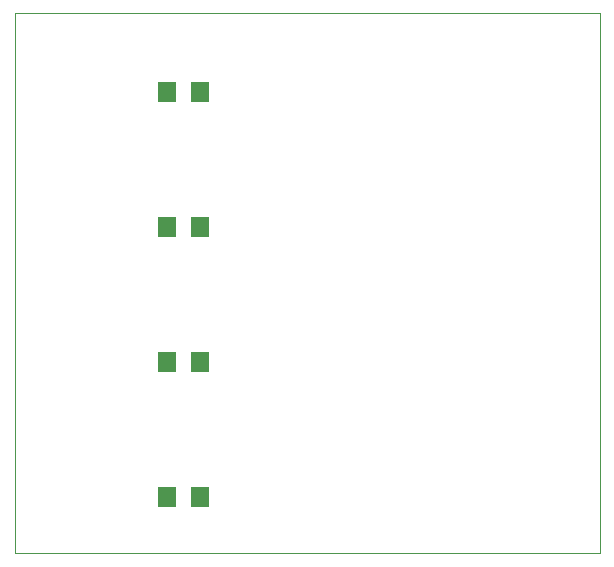
<source format=gbp>
G75*
G70*
%OFA0B0*%
%FSLAX24Y24*%
%IPPOS*%
%LPD*%
%AMOC8*
5,1,8,0,0,1.08239X$1,22.5*
%
%ADD10C,0.0000*%
%ADD11R,0.0630X0.0710*%
D10*
X001309Y000100D02*
X020809Y000100D01*
X020809Y018100D01*
X001309Y018100D01*
X001309Y000100D01*
D11*
X006374Y001975D03*
X007494Y001975D03*
X007494Y006475D03*
X006374Y006475D03*
X006374Y010975D03*
X007494Y010975D03*
X007494Y015475D03*
X006374Y015475D03*
M02*

</source>
